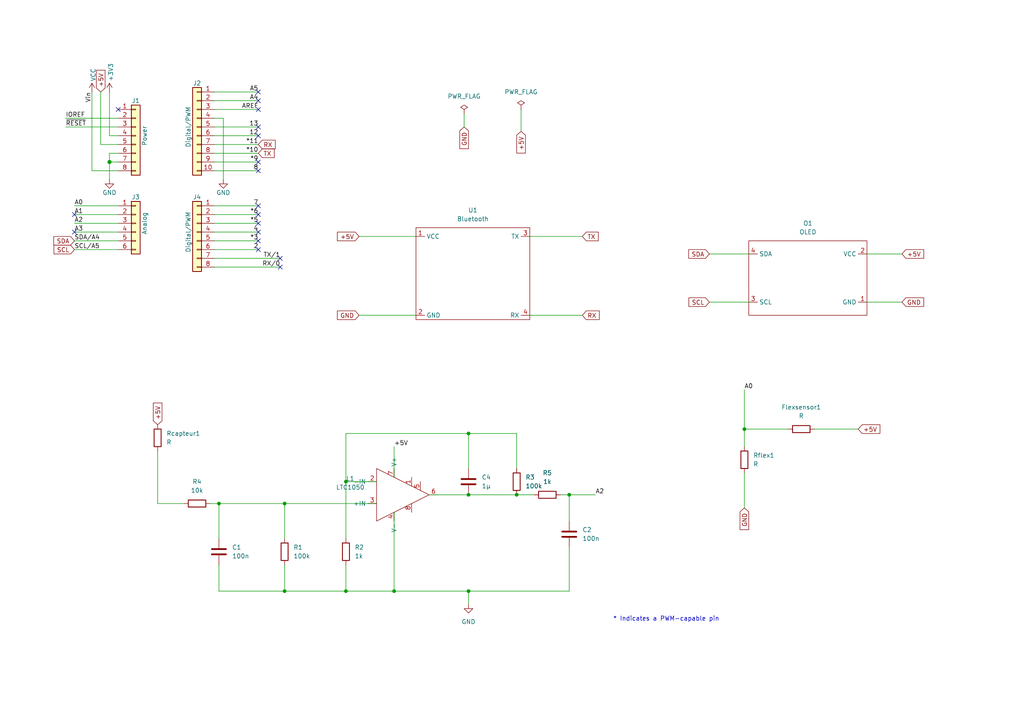
<source format=kicad_sch>
(kicad_sch (version 20211123) (generator eeschema)
  (paper "A4")
  (title_block (title "PCB Victor & Solène") (date "mar. 31 mars 2025"))
  (lib_symbols
    (symbol "Connector_Generic:Conn_01x06" (pin_names (offset 1.016) hide)
      (property "Reference" "J" (at 0 7.62 0))
      (property "Value" "Conn_01x06" (at 0 -10.16 0))
      (symbol "Conn_01x06_1_1"
        (rectangle (start -1.27 -7.493) (end 0 -7.747) (stroke (width 0.1524)))
        (rectangle (start -1.27 -4.953) (end 0 -5.207) (stroke (width 0.1524)))
        (rectangle (start -1.27 -2.413) (end 0 -2.667) (stroke (width 0.1524)))
        (rectangle (start -1.27 0.127) (end 0 -0.127) (stroke (width 0.1524)))
        (rectangle (start -1.27 2.667) (end 0 2.413) (stroke (width 0.1524)))
        (rectangle (start -1.27 5.207) (end 0 4.953) (stroke (width 0.1524)))
        (rectangle (start -1.27 6.35) (end 1.27 -8.89) (stroke (width 0.254)) (fill (type background)))
        (pin passive line (at -5.08 5.08 0) (length 3.81) (name "Pin_1") (number "1"))
        (pin passive line (at -5.08 2.54 0) (length 3.81) (name "Pin_2") (number "2"))
        (pin passive line (at -5.08 0 0) (length 3.81) (name "Pin_3") (number "3"))
        (pin passive line (at -5.08 -2.54 0) (length 3.81) (name "Pin_4") (number "4"))
        (pin passive line (at -5.08 -5.08 0) (length 3.81) (name "Pin_5") (number "5"))
        (pin passive line (at -5.08 -7.62 0) (length 3.81) (name "Pin_6") (number "6"))
      )
    )
    (symbol "Connector_Generic:Conn_01x08" (pin_names (offset 1.016) hide)
      (property "Reference" "J" (at 0 10.16 0))
      (property "Value" "Conn_01x08" (at 0 -12.7 0))
      (symbol "Conn_01x08_1_1"
        (rectangle (start -1.27 -10.033) (end 0 -10.287) (stroke (width 0.1524)))
        (rectangle (start -1.27 -7.493) (end 0 -7.747) (stroke (width 0.1524)))
        (rectangle (start -1.27 -4.953) (end 0 -5.207) (stroke (width 0.1524)))
        (rectangle (start -1.27 -2.413) (end 0 -2.667) (stroke (width 0.1524)))
        (rectangle (start -1.27 0.127) (end 0 -0.127) (stroke (width 0.1524)))
        (rectangle (start -1.27 2.667) (end 0 2.413) (stroke (width 0.1524)))
        (rectangle (start -1.27 5.207) (end 0 4.953) (stroke (width 0.1524)))
        (rectangle (start -1.27 7.747) (end 0 7.493) (stroke (width 0.1524)))
        (rectangle (start -1.27 8.89) (end 1.27 -11.43) (stroke (width 0.254)) (fill (type background)))
        (pin passive line (at -5.08 7.62 0) (length 3.81) (name "Pin_1") (number "1"))
        (pin passive line (at -5.08 5.08 0) (length 3.81) (name "Pin_2") (number "2"))
        (pin passive line (at -5.08 2.54 0) (length 3.81) (name "Pin_3") (number "3"))
        (pin passive line (at -5.08 0 0) (length 3.81) (name "Pin_4") (number "4"))
        (pin passive line (at -5.08 -2.54 0) (length 3.81) (name "Pin_5") (number "5"))
        (pin passive line (at -5.08 -5.08 0) (length 3.81) (name "Pin_6") (number "6"))
        (pin passive line (at -5.08 -7.62 0) (length 3.81) (name "Pin_7") (number "7"))
        (pin passive line (at -5.08 -10.16 0) (length 3.81) (name "Pin_8") (number "8"))
      )
    )
    (symbol "Connector_Generic:Conn_01x10" (pin_names (offset 1.016) hide)
      (property "Reference" "J" (at 0 12.7 0))
      (property "Value" "Conn_01x10" (at 0 -15.24 0))
      (symbol "Conn_01x10_1_1"
        (rectangle (start -1.27 -12.573) (end 0 -12.827) (stroke (width 0.1524)))
        (rectangle (start -1.27 -10.033) (end 0 -10.287) (stroke (width 0.1524)))
        (rectangle (start -1.27 -7.493) (end 0 -7.747) (stroke (width 0.1524)))
        (rectangle (start -1.27 -4.953) (end 0 -5.207) (stroke (width 0.1524)))
        (rectangle (start -1.27 -2.413) (end 0 -2.667) (stroke (width 0.1524)))
        (rectangle (start -1.27 0.127) (end 0 -0.127) (stroke (width 0.1524)))
        (rectangle (start -1.27 2.667) (end 0 2.413) (stroke (width 0.1524)))
        (rectangle (start -1.27 5.207) (end 0 4.953) (stroke (width 0.1524)))
        (rectangle (start -1.27 7.747) (end 0 7.493) (stroke (width 0.1524)))
        (rectangle (start -1.27 10.287) (end 0 10.033) (stroke (width 0.1524)))
        (rectangle (start -1.27 11.43) (end 1.27 -13.97) (stroke (width 0.254)) (fill (type background)))
        (pin passive line (at -5.08 10.16 0) (length 3.81) (name "Pin_1") (number "1"))
        (pin passive line (at -5.08 -12.7 0) (length 3.81) (name "Pin_10") (number "10"))
        (pin passive line (at -5.08 7.62 0) (length 3.81) (name "Pin_2") (number "2"))
        (pin passive line (at -5.08 5.08 0) (length 3.81) (name "Pin_3") (number "3"))
        (pin passive line (at -5.08 2.54 0) (length 3.81) (name "Pin_4") (number "4"))
        (pin passive line (at -5.08 0 0) (length 3.81) (name "Pin_5") (number "5"))
        (pin passive line (at -5.08 -2.54 0) (length 3.81) (name "Pin_6") (number "6"))
        (pin passive line (at -5.08 -5.08 0) (length 3.81) (name "Pin_7") (number "7"))
        (pin passive line (at -5.08 -7.62 0) (length 3.81) (name "Pin_8") (number "8"))
        (pin passive line (at -5.08 -10.16 0) (length 3.81) (name "Pin_9") (number "9"))
      )
    )
    (symbol "Device:C" (pin_numbers hide) (pin_names (offset 0.254))
      (property "Reference" "C" (at 0.635 2.54 0))
      (property "Value" "C" (at 0.635 -2.54 0))
      (symbol "C_0_1"
        (polyline (pts (xy -2.032 -0.762) (xy 2.032 -0.762)) (stroke (width 0.508)))
        (polyline (pts (xy -2.032 0.762) (xy 2.032 0.762)) (stroke (width 0.508)))
      )
      (symbol "C_1_1"
        (pin passive line (at 0 3.81 270) (length 2.794) (name "~") (number "1"))
        (pin passive line (at 0 -3.81 90) (length 2.794) (name "~") (number "2"))
      )
    )
    (symbol "Device:R" (pin_numbers hide) (pin_names (offset 0))
      (property "Reference" "R" (at 2.032 0 90))
      (property "Value" "R" (at 0 0 90))
      (symbol "R_0_1"
        (rectangle (start -1.016 -2.54) (end 1.016 2.54) (stroke (width 0.254)))
      )
      (symbol "R_1_1"
        (pin passive line (at 0 3.81 270) (length 1.27) (name "~") (number "1"))
        (pin passive line (at 0 -3.81 90) (length 1.27) (name "~") (number "2"))
      )
    )
    (symbol "LTC1050_1"
      (property "Reference" "L" (at 0 0 0))
      (property "Value" "LTC1050_1" (at 0 0 0))
      (symbol "LTC1050_1_0_1"
        (polyline (pts (xy -3.81 -8.89) (xy -3.81 -24.13) (xy 11.43 -16.51) (xy -3.81 -8.89)))
      )
      (symbol "LTC1050_1_1_1"
        (pin bidirectional line (at 6.35 -13.97 90) (length 2.54) (name "") (number "1"))
        (pin bidirectional line (at -3.81 -12.7 180) (length 2.54) (name "-IN") (number "2"))
        (pin bidirectional line (at -3.81 -19.05 180) (length 2.54) (name "+IN") (number "3"))
        (pin bidirectional line (at 1.27 -21.59 270) (length 2.54) (name "V-") (number "4"))
        (pin bidirectional line (at 8.89 -15.24 90) (length 2.54) (name "") (number "5"))
        (pin bidirectional line (at 11.43 -16.51 0) (length 2.54) (name "") (number "6"))
        (pin bidirectional line (at 1.27 -11.43 90) (length 2.54) (name "V+") (number "7"))
        (pin bidirectional line (at 6.35 -19.05 270) (length 2.54) (name "") (number "8"))
      )
    )
    (symbol "Librairie_Capteur_Graphite:Bluetooth"
      (property "Reference" "U" (at 0 0 0))
      (property "Value" "Bluetooth" (at 0 6.35 0))
      (symbol "Bluetooth_0_1"
        (rectangle (start -16.51 15.24) (end 16.51 -11.43))
      )
      (symbol "Bluetooth_1_1"
        (pin bidirectional line (at -16.51 12.7 0) (length 2.54) (name "VCC") (number "1"))
        (pin bidirectional line (at -16.51 -10.16 0) (length 2.54) (name "GND") (number "2"))
        (pin bidirectional line (at 16.51 12.7 180) (length 2.54) (name "TX") (number "3"))
        (pin bidirectional line (at 16.51 -10.16 180) (length 2.54) (name "RX") (number "4"))
      )
    )
    (symbol "Librairie_Capteur_Graphite:OLED"
      (property "Reference" "O" (at 0 3.81 0))
      (property "Value" "OLED" (at 0 0 0))
      (symbol "OLED_0_1"
        (rectangle (start -16.51 -2.54) (end 17.78 -24.13))
      )
      (symbol "OLED_1_1"
        (pin bidirectional line (at 17.78 -20.32 180) (length 2.54) (name "GND") (number "1"))
        (pin bidirectional line (at 17.78 -6.35 180) (length 2.54) (name "VCC") (number "2"))
        (pin bidirectional line (at -16.51 -20.32 0) (length 2.54) (name "SCL") (number "3"))
        (pin bidirectional line (at -16.51 -6.35 0) (length 2.54) (name "SDA") (number "4"))
      )
    )
    (symbol "power:+3V3" (power) (pin_names (offset 0))
      (property "Value" "+3V3" (at 0 3.556 0))
      (symbol "+3V3_0_1"
        (polyline (pts (xy -0.762 1.27) (xy 0 2.54)))
        (polyline (pts (xy 0 0) (xy 0 2.54)))
        (polyline (pts (xy 0 2.54) (xy 0.762 1.27)))
      )
      (symbol "+3V3_1_1"
        (pin power_in line (at 0 0 90) (length 0) hide (name "+3V3") (number "1"))
      )
    )
    (symbol "power:GND" (power) (pin_names (offset 0))
      (property "Value" "GND" (at 0 -3.81 0))
      (symbol "GND_0_1"
        (polyline (pts (xy 0 0) (xy 0 -1.27) (xy 1.27 -1.27) (xy 0 -2.54) (xy -1.27 -1.27) (xy 0 -1.27)))
      )
      (symbol "GND_1_1"
        (pin power_in line (at 0 0 270) (length 0) hide (name "GND") (number "1"))
      )
    )
    (symbol "power:PWR_FLAG" (power) (pin_numbers hide) (pin_names (offset 0) hide)
      (property "Value" "PWR_FLAG" (at 0 3.81 0))
      (symbol "PWR_FLAG_0_0"
        (pin power_out line (at 0 0 90) (length 0) (name "pwr") (number "1"))
      )
      (symbol "PWR_FLAG_0_1"
        (polyline (pts (xy 0 0) (xy 0 1.27) (xy -1.016 1.905) (xy 0 2.54) (xy 1.016 1.905) (xy 0 1.27)))
      )
    )
    (symbol "power:VCC" (power) (pin_names (offset 0))
      (property "Value" "VCC" (at 0 3.81 0))
      (symbol "VCC_0_1"
        (polyline (pts (xy -0.762 1.27) (xy 0 2.54)))
        (polyline (pts (xy 0 0) (xy 0 2.54)))
        (polyline (pts (xy 0 2.54) (xy 0.762 1.27)))
      )
      (symbol "VCC_1_1"
        (pin power_in line (at 0 0 90) (length 0) hide (name "VCC") (number "1"))
      )
    )
  )
  (junction (at 82.55 171.45))
  (junction (at 31.75 46.99) (diameter 1.016))
  (junction (at 165.1 143.51))
  (junction (at 135.89 171.45))
  (junction (at 135.89 143.51))
  (junction (at 63.5 146.05))
  (junction (at 149.86 143.51))
  (junction (at 100.33 139.7))
  (junction (at 100.33 171.45))
  (junction (at 135.89 125.73))
  (junction (at 82.55 146.05))
  (junction (at 215.9 124.46))
  (junction (at 114.3 171.45))
  (no_connect (at 74.93 69.85))
  (no_connect (at 74.93 67.31))
  (no_connect (at 74.93 72.39))
  (no_connect (at 74.93 59.69))
  (no_connect (at 74.93 62.23))
  (no_connect (at 74.93 64.77))
  (no_connect (at 21.59 62.23))
  (no_connect (at 21.59 67.31))
  (no_connect (at 74.93 46.99))
  (no_connect (at 74.93 49.53))
  (no_connect (at 81.28 74.93))
  (no_connect (at 81.28 77.47))
  (no_connect (at 74.93 39.37))
  (no_connect (at 74.93 36.83))
  (no_connect (at 74.93 31.75))
  (no_connect (at 34.29 31.75))
  (no_connect (at 74.93 26.67))
  (no_connect (at 74.93 29.21))
  (wire (pts (xy 60.96 146.05) (xy 63.5 146.05)))
  (wire (pts (xy 82.55 163.83) (xy 82.55 171.45)))
  (wire (pts (xy 62.23 44.45) (xy 74.93 44.45)))
  (wire (pts (xy 100.33 163.83) (xy 100.33 171.45)))
  (wire (pts (xy 62.23 26.67) (xy 74.93 26.67)))
  (wire (pts (xy 45.72 130.81) (xy 45.72 146.05)))
  (wire (pts (xy 100.33 171.45) (xy 82.55 171.45)))
  (wire (pts (xy 31.75 44.45) (xy 31.75 46.99)))
  (wire (pts (xy 236.22 124.46) (xy 248.92 124.46)))
  (wire (pts (xy 21.59 72.39) (xy 34.29 72.39)))
  (wire (pts (xy 151.13 31.75) (xy 151.13 38.1)))
  (wire (pts (xy 215.9 113.03) (xy 215.9 124.46)))
  (wire (pts (xy 31.75 46.99) (xy 31.75 52.07)))
  (wire (pts (xy 205.74 73.66) (xy 217.17 73.66)))
  (wire (pts (xy 31.75 39.37) (xy 34.29 39.37)))
  (wire (pts (xy 29.21 41.91) (xy 34.29 41.91)))
  (wire (pts (xy 104.14 91.44) (xy 120.65 91.44)))
  (wire (pts (xy 29.21 26.67) (xy 29.21 41.91)))
  (wire (pts (xy 82.55 171.45) (xy 63.5 171.45)))
  (wire (pts (xy 135.89 125.73) (xy 135.89 135.89)))
  (wire (pts (xy 124.46 143.51) (xy 135.89 143.51)))
  (wire (pts (xy 62.23 36.83) (xy 74.93 36.83)))
  (wire (pts (xy 31.75 26.67) (xy 31.75 39.37)))
  (wire (pts (xy 62.23 59.69) (xy 74.93 59.69)))
  (wire (pts (xy 215.9 137.16) (xy 215.9 147.32)))
  (wire (pts (xy 34.29 59.69) (xy 21.59 59.69)))
  (wire (pts (xy 62.23 39.37) (xy 74.93 39.37)))
  (wire (pts (xy 100.33 125.73) (xy 100.33 139.7)))
  (wire (pts (xy 62.23 62.23) (xy 74.93 62.23)))
  (wire (pts (xy 215.9 124.46) (xy 228.6 124.46)))
  (wire (pts (xy 205.74 87.63) (xy 217.17 87.63)))
  (wire (pts (xy 63.5 146.05) (xy 63.5 156.21)))
  (wire (pts (xy 82.55 146.05) (xy 82.55 156.21)))
  (wire (pts (xy 62.23 46.99) (xy 74.93 46.99)))
  (wire (pts (xy 135.89 171.45) (xy 135.89 175.26)))
  (wire (pts (xy 114.3 148.59) (xy 114.3 171.45)))
  (wire (pts (xy 114.3 171.45) (xy 135.89 171.45)))
  (wire (pts (xy 62.23 74.93) (xy 81.28 74.93)))
  (wire (pts (xy 62.23 67.31) (xy 74.93 67.31)))
  (wire (pts (xy 165.1 143.51) (xy 165.1 151.13)))
  (wire (pts (xy 19.05 34.29) (xy 34.29 34.29)))
  (wire (pts (xy 251.46 87.63) (xy 261.62 87.63)))
  (wire (pts (xy 64.77 34.29) (xy 64.77 52.07)))
  (wire (pts (xy 251.46 73.66) (xy 261.62 73.66)))
  (wire (pts (xy 62.23 31.75) (xy 74.93 31.75)))
  (wire (pts (xy 165.1 158.75) (xy 165.1 171.45)))
  (wire (pts (xy 34.29 64.77) (xy 21.59 64.77)))
  (wire (pts (xy 19.05 36.83) (xy 34.29 36.83)))
  (wire (pts (xy 34.29 46.99) (xy 31.75 46.99)))
  (wire (pts (xy 165.1 143.51) (xy 172.72 143.51)))
  (wire (pts (xy 100.33 139.7) (xy 109.22 139.7)))
  (wire (pts (xy 34.29 49.53) (xy 26.67 49.53)))
  (wire (pts (xy 21.59 62.23) (xy 34.29 62.23)))
  (wire (pts (xy 104.14 68.58) (xy 120.65 68.58)))
  (wire (pts (xy 100.33 139.7) (xy 100.33 156.21)))
  (wire (pts (xy 153.67 91.44) (xy 168.91 91.44)))
  (wire (pts (xy 100.33 171.45) (xy 114.3 171.45)))
  (wire (pts (xy 62.23 34.29) (xy 64.77 34.29)))
  (wire (pts (xy 34.29 44.45) (xy 31.75 44.45)))
  (wire (pts (xy 165.1 171.45) (xy 135.89 171.45)))
  (wire (pts (xy 45.72 146.05) (xy 53.34 146.05)))
  (wire (pts (xy 114.3 129.54) (xy 114.3 138.43)))
  (wire (pts (xy 62.23 41.91) (xy 74.93 41.91)))
  (wire (pts (xy 63.5 171.45) (xy 63.5 163.83)))
  (wire (pts (xy 100.33 125.73) (xy 135.89 125.73)))
  (wire (pts (xy 62.23 64.77) (xy 74.93 64.77)))
  (wire (pts (xy 63.5 146.05) (xy 82.55 146.05)))
  (wire (pts (xy 21.59 67.31) (xy 34.29 67.31)))
  (wire (pts (xy 135.89 125.73) (xy 149.86 125.73)))
  (wire (pts (xy 134.62 33.02) (xy 134.62 36.83)))
  (wire (pts (xy 62.23 77.47) (xy 81.28 77.47)))
  (wire (pts (xy 149.86 125.73) (xy 149.86 135.89)))
  (wire (pts (xy 162.56 143.51) (xy 165.1 143.51)))
  (wire (pts (xy 135.89 143.51) (xy 149.86 143.51)))
  (wire (pts (xy 62.23 29.21) (xy 74.93 29.21)))
  (wire (pts (xy 62.23 72.39) (xy 74.93 72.39)))
  (wire (pts (xy 82.55 146.05) (xy 109.22 146.05)))
  (wire (pts (xy 149.86 143.51) (xy 154.94 143.51)))
  (wire (pts (xy 62.23 69.85) (xy 74.93 69.85)))
  (wire (pts (xy 153.67 68.58) (xy 168.91 68.58)))
  (wire (pts (xy 26.67 49.53) (xy 26.67 26.67)))
  (wire (pts (xy 215.9 124.46) (xy 215.9 129.54)))
  (wire (pts (xy 34.29 69.85) (xy 21.59 69.85)))
  (wire (pts (xy 62.23 49.53) (xy 74.93 49.53)))
  (text "* Indicates a PWM-capable pin" (at 177.8 180.34 0) (effects (font (size 1.27 1.27)) (justify left bottom)))
  (label "RX{slash}0" (at 81.28 77.47 180))
  (label "A2" (at 21.59 64.77 0))
  (label "4" (at 74.93 67.31 180))
  (label "2" (at 74.93 72.39 180))
  (label "A3" (at 21.59 67.31 0))
  (label "13" (at 74.93 36.83 180))
  (label "12" (at 74.93 39.37 180))
  (label "~{RESET}" (at 19.05 36.83 0))
  (label "*10" (at 74.93 44.45 180))
  (label "A0" (at 215.9 113.03 0))
  (label "7" (at 74.93 59.69 180))
  (label "A4" (at 74.93 29.21 180))
  (label "8" (at 74.93 49.53 180))
  (label "*11" (at 74.93 41.91 180))
  (label "*3" (at 74.93 69.85 180))
  (label "A1" (at 21.59 62.23 0))
  (label "TX{slash}1" (at 81.28 74.93 180))
  (label "A0" (at 21.59 59.69 0))
  (label "AREF" (at 74.93 31.75 180))
  (label "Vin" (at 26.67 26.67 270))
  (label "*6" (at 74.93 62.23 180))
  (label "A5" (at 74.93 26.67 180))
  (label "*9" (at 74.93 46.99 180))
  (label "A2" (at 172.72 143.51 0))
  (label "*5" (at 74.93 64.77 180))
  (label "IOREF" (at 19.05 34.29 0))
  (label "+5V" (at 114.3 129.54 0))
  (label "SDA{slash}A4" (at 21.59 69.85 0))
  (label "SCL{slash}A5" (at 21.59 72.39 0))
  (global_label "+5V" (shape input) (at 104.14 68.58 180) (property "Intersheet References" "${INTERSHEET_REFS}" (effects hide)))
  (global_label "GND" (shape input) (at 104.14 91.44 180) (property "Intersheet References" "${INTERSHEET_REFS}" (effects hide)))
  (global_label "+5V" (shape input) (at 29.21 26.67 90) (property "Intersheet References" "${INTERSHEET_REFS}" (effects hide)))
  (global_label "SCL" (shape input) (at 205.74 87.63 180) (property "Intersheet References" "${INTERSHEET_REFS}" (effects hide)))
  (global_label "GND" (shape input) (at 261.62 87.63 0) (property "Intersheet References" "${INTERSHEET_REFS}" (effects hide)))
  (global_label "SDA" (shape input) (at 21.59 69.85 180) (property "Intersheet References" "${INTERSHEET_REFS}" (effects hide)))
  (global_label "+5V" (shape input) (at 248.92 124.46 0) (property "Intersheet References" "${INTERSHEET_REFS}" (effects hide)))
  (global_label "TX" (shape input) (at 74.93 44.45 0) (property "Intersheet References" "${INTERSHEET_REFS}" (effects hide)))
  (global_label "RX" (shape input) (at 168.91 91.44 0) (property "Intersheet References" "${INTERSHEET_REFS}" (effects hide)))
  (global_label "TX" (shape input) (at 168.91 68.58 0) (property "Intersheet References" "${INTERSHEET_REFS}" (effects hide)))
  (global_label "RX" (shape input) (at 74.93 41.91 0) (property "Intersheet References" "${INTERSHEET_REFS}" (effects hide)))
  (global_label "+5V" (shape input) (at 151.13 38.1 270) (property "Intersheet References" "${INTERSHEET_REFS}" (effects hide)))
  (global_label "GND" (shape input) (at 215.9 147.32 270) (property "Intersheet References" "${INTERSHEET_REFS}" (effects hide)))
  (global_label "SCL" (shape input) (at 21.59 72.39 180) (property "Intersheet References" "${INTERSHEET_REFS}" (effects hide)))
  (global_label "+5V" (shape input) (at 261.62 73.66 0) (property "Intersheet References" "${INTERSHEET_REFS}" (effects hide)))
  (global_label "+5V" (shape input) (at 45.72 123.19 90) (property "Intersheet References" "${INTERSHEET_REFS}" (effects hide)))
  (global_label "SDA" (shape input) (at 205.74 73.66 180) (property "Intersheet References" "${INTERSHEET_REFS}" (effects hide)))
  (global_label "GND" (shape input) (at 134.62 36.83 270) (property "Intersheet References" "${INTERSHEET_REFS}" (effects hide)))
  (symbol (lib_id "Connector_Generic:Conn_01x08") (at 39.37 39.37 0) (unit 1)
    (property "Reference" "J1" (at 39.37 29.21 0))
    (property "Value" "Power" (at 41.91 39.37 90))
    (property "Footprint" "Connector_PinSocket_2.54mm:PinSocket_1x08_P2.54mm_Vertical" (effects hide))
  )
  (symbol (lib_id "power:+3V3") (at 31.75 26.67 0) (unit 1)
    (property "Reference" "#PWR03" (effects hide))
    (property "Value" "+3.3V" (at 32.131 23.622 90) (effects (justify left)))
  )
  (symbol (lib_id "power:GND") (at 31.75 52.07 0) (unit 1)
    (property "Reference" "#PWR04" (effects hide))
    (property "Value" "GND" (at 31.75 55.88 0))
  )
  (symbol (lib_id "Connector_Generic:Conn_01x10") (at 57.15 36.83 0) (mirror y) (unit 1)
    (property "Reference" "J2" (at 57.15 24.13 0))
    (property "Value" "Digital/PWM" (at 54.61 36.83 90))
    (property "Footprint" "Connector_PinSocket_2.54mm:PinSocket_1x10_P2.54mm_Vertical" (effects hide))
  )
  (symbol (lib_id "power:GND") (at 64.77 52.07 0) (unit 1)
    (property "Reference" "#PWR05" (effects hide))
    (property "Value" "GND" (at 64.77 55.88 0))
  )
  (symbol (lib_id "Connector_Generic:Conn_01x06") (at 39.37 64.77 0) (unit 1)
    (property "Reference" "J3" (at 39.37 57.15 0))
    (property "Value" "Analog" (at 41.91 64.77 90))
    (property "Footprint" "Connector_PinSocket_2.54mm:PinSocket_1x06_P2.54mm_Vertical" (effects hide))
  )
  (symbol (lib_id "Connector_Generic:Conn_01x08") (at 57.15 67.31 0) (mirror y) (unit 1)
    (property "Reference" "J4" (at 57.15 57.15 0))
    (property "Value" "Digital/PWM" (at 54.61 67.31 90))
    (property "Footprint" "Connector_PinSocket_2.54mm:PinSocket_1x08_P2.54mm_Vertical" (effects hide))
  )
  (symbol (lib_id "Device:R") (at 149.86 139.7 180) (unit 1)
    (property "Reference" "R3" (at 152.4 138.4299 0) (effects (justify right)))
    (property "Value" "100k" (at 152.4 140.9699 0) (effects (justify right)))
    (property "Footprint" "Resistor_THT:R_Axial_DIN0204_L3.6mm_D1.6mm_P2.54mm_Vertical" (effects hide))
  )
  (symbol (lib_id "Device:R") (at 215.9 133.35 0) (unit 1)
    (property "Reference" "Rflex1" (at 218.44 132.0799 0) (effects (justify left)))
    (property "Value" "R" (at 218.44 134.6199 0) (effects (justify left)))
    (property "Footprint" "Resistor_THT:R_Axial_DIN0204_L3.6mm_D1.6mm_P2.54mm_Vertical" (effects hide))
  )
  (symbol (lib_id "power:PWR_FLAG") (at 134.62 33.02 0) (unit 1)
    (property "Reference" "#FLG0102" (effects hide))
    (property "Value" "PWR_FLAG" (at 134.62 27.94 0))
  )
  (symbol (lib_id "Librairie_Capteur_Graphite:OLED") (at 233.68 67.31 0) (unit 1)
    (property "Reference" "O1" (at 234.315 64.77 0))
    (property "Value" "OLED" (at 234.315 67.31 0))
    (property "Footprint" "Library:OLED" (effects hide))
  )
  (symbol (lib_id "Device:R") (at 82.55 160.02 0) (unit 1)
    (property "Reference" "R1" (at 85.09 158.7499 0) (effects (justify left)))
    (property "Value" "100k" (at 85.09 161.2899 0) (effects (justify left)))
    (property "Footprint" "Resistor_THT:R_Axial_DIN0204_L3.6mm_D1.6mm_P2.54mm_Vertical" (effects hide))
  )
  (symbol (lib_id "power:VCC") (at 26.67 26.67 0) (unit 1)
    (property "Reference" "#PWR01" (effects hide))
    (property "Value" "VCC" (at 27.051 23.622 90) (effects (justify left)))
  )
  (symbol (lib_id "power:PWR_FLAG") (at 151.13 31.75 0) (unit 1)
    (property "Reference" "#FLG0101" (effects hide))
    (property "Value" "PWR_FLAG" (at 151.13 26.67 0))
  )
  (symbol (lib_id "Device:R") (at 57.15 146.05 270) (unit 1)
    (property "Reference" "R4" (at 57.15 139.7 90))
    (property "Value" "10k" (at 57.15 142.24 90))
    (property "Footprint" "Resistor_THT:R_Axial_DIN0204_L3.6mm_D1.6mm_P2.54mm_Vertical" (effects hide))
  )
  (symbol (lib_name "LTC1050_1") (lib_id "LTC1050:LTC1050") (at 113.03 127 0) (unit 1)
    (property "Reference" "L1" (at 101.6 138.811 0))
    (property "Value" "LTC1050" (at 101.6 141.351 0))
    (property "Footprint" "Library:LTC1050" (effects hide))
  )
  (symbol (lib_id "Device:R") (at 158.75 143.51 270) (unit 1)
    (property "Reference" "R5" (at 158.75 137.16 90))
    (property "Value" "1k" (at 158.75 139.7 90))
    (property "Footprint" "Resistor_THT:R_Axial_DIN0204_L3.6mm_D1.6mm_P2.54mm_Vertical" (effects hide))
  )
  (symbol (lib_id "Device:C") (at 63.5 160.02 0) (unit 1)
    (property "Reference" "C1" (at 67.31 158.7499 0) (effects (justify left)))
    (property "Value" "100n" (at 67.31 161.2899 0) (effects (justify left)))
    (property "Footprint" "Capacitor_THT:C_Disc_D3.0mm_W1.6mm_P2.50mm" (effects hide))
  )
  (symbol (lib_id "Librairie_Capteur_Graphite:Bluetooth") (at 137.16 81.28 0) (unit 1)
    (property "Reference" "U1" (at 137.16 60.96 0))
    (property "Value" "Bluetooth" (at 137.16 63.5 0))
    (property "Footprint" "Library:Bluetooth" (effects hide))
  )
  (symbol (lib_id "Device:R") (at 45.72 127 0) (unit 1)
    (property "Reference" "Rcapteur1" (at 48.26 125.7299 0) (effects (justify left)))
    (property "Value" "R" (at 48.26 128.2699 0) (effects (justify left)))
    (property "Footprint" "Resistor_THT:R_Axial_DIN0204_L3.6mm_D1.6mm_P2.54mm_Vertical" (effects hide))
  )
  (symbol (lib_id "Device:R") (at 100.33 160.02 0) (unit 1)
    (property "Reference" "R2" (at 102.87 158.7499 0) (effects (justify left)))
    (property "Value" "1k" (at 102.87 161.2899 0) (effects (justify left)))
    (property "Footprint" "Resistor_THT:R_Axial_DIN0204_L3.6mm_D1.6mm_P2.54mm_Vertical" (effects hide))
  )
  (symbol (lib_id "Device:C") (at 135.89 139.7 0) (unit 1)
    (property "Reference" "C4" (at 139.7 138.4299 0) (effects (justify left)))
    (property "Value" "1µ" (at 139.7 140.9699 0) (effects (justify left)))
    (property "Footprint" "Capacitor_THT:C_Rect_L7.0mm_W4.5mm_P5.00mm" (effects hide))
  )
  (symbol (lib_id "Device:R") (at 232.41 124.46 90) (unit 1)
    (property "Reference" "Flexsensor1" (at 232.41 118.11 90))
    (property "Value" "R" (at 232.41 120.65 90))
    (property "Footprint" "Resistor_THT:R_Axial_DIN0204_L3.6mm_D1.6mm_P2.54mm_Vertical" (effects hide))
  )
  (symbol (lib_id "Device:C") (at 165.1 154.94 0) (unit 1)
    (property "Reference" "C2" (at 168.91 153.6699 0) (effects (justify left)))
    (property "Value" "100n" (at 168.91 156.2099 0) (effects (justify left)))
    (property "Footprint" "Capacitor_THT:C_Disc_D3.0mm_W1.6mm_P2.50mm" (effects hide))
  )
  (symbol (lib_id "power:GND") (at 135.89 175.26 0) (unit 1)
    (property "Reference" "#PWR0101" (effects hide))
    (property "Value" "GND" (at 135.89 180.34 0))
  )
)
</source>
